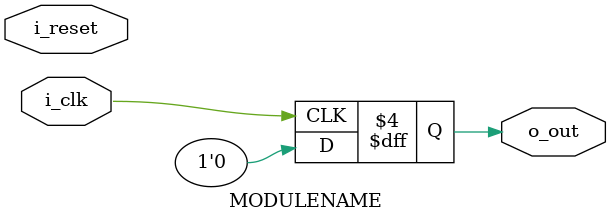
<source format=sv>

module MODULENAME(
    input logic         i_clk,
    input logic         i_reset,
    output logic        o_out);

// INTERNAL VARIABLES ********


// MODULE START***************
always_ff @(posedge i_clk)
    if(i_reset) begin
        // Reset State
        o_out <= 1'b0;
    end
    else begin
        // Code
        o_out <= 1'b0;
    end
endmodule // MODULENAME
</source>
